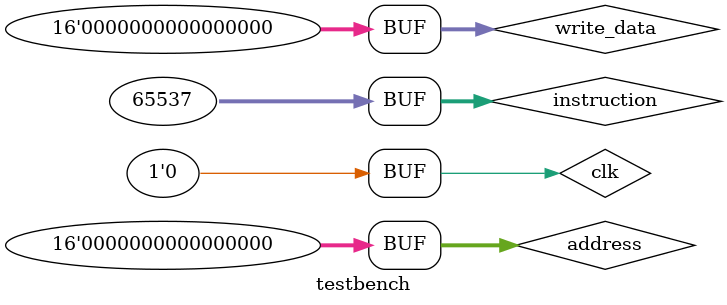
<source format=v>
module testbench();
    reg clk;
    reg [31:0] instruction;
    reg [15:0] write_data;
    reg [15:0] address;
    wire [15:0] read_data;
    wire [3:0] aluop;
    wire [1:0] memop;
    wire [9:0] pc;
    wire branch;
    wire jump;
    wire jump_register;
    // Instantiate the design
    processor dut(clk, instruction, write_data, address, read_data, aluop, memop, pc, branch, jump, jump_register);
    initial begin
        clk = 0;
        instruction = 32'h0000_0000_0000_0000;
        write_data = 16'h0000;
        address = 16'h0000;
        #10;
        clk = 1;
        #10;
        clk = 0;
        instruction = 32'h0000_0000_0000_0000;
        write_data = 16'h0000;
        address = 16'h0000;
    end
    // test case 1
    initial begin
        #100;
        instruction = 32'h0000_0000_0000_0000; // add $0, $0, $0
        #100;
        instruction = 32'h0000_0000_0000_0000; // nop
        #100;
        instruction = 32'h0000_0000_0000_0000; // nop
        #100;
        instruction = 32'h0000_0000_0000_0000; // nop
        #100;
        instruction = 32'h0000_0000_0000_0000; // nop
        #100;
        instruction = 32'h0000_0000_0000_0000; // nop
    end
    // test case 2
    initial begin
        #100;
        instruction = 32'h0000_0001_0000_0010; // addi $1, $0, 2
        #100;
        instruction = 32'h0000_0000_0001_0001; // add $1, $0, $1
        #100;
        instruction = 32'h0000_0000_0001_0001; // add $1, $0, $1
    end
    // more test cases can be added here
    // ...
endmodule

</source>
